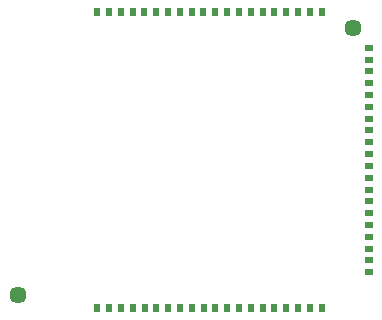
<source format=gbr>
%TF.GenerationSoftware,KiCad,Pcbnew,(5.99.0-9634-gb691c18bfc)*%
%TF.CreationDate,2021-03-06T19:44:38+01:00*%
%TF.ProjectId,nRF52840Breakout,6e524635-3238-4343-9042-7265616b6f75,rev?*%
%TF.SameCoordinates,Original*%
%TF.FileFunction,Soldermask,Bot*%
%TF.FilePolarity,Negative*%
%FSLAX46Y46*%
G04 Gerber Fmt 4.6, Leading zero omitted, Abs format (unit mm)*
G04 Created by KiCad (PCBNEW (5.99.0-9634-gb691c18bfc)) date 2021-03-06 19:44:38*
%MOMM*%
%LPD*%
G01*
G04 APERTURE LIST*
%ADD10R,0.600000X0.800000*%
%ADD11R,0.800000X0.600000*%
%ADD12C,1.448000*%
G04 APERTURE END LIST*
D10*
%TO.C,J2*%
X7900000Y0D03*
X8900000Y0D03*
X9900000Y0D03*
X10900000Y0D03*
X11900000Y0D03*
X12900000Y0D03*
X13900000Y0D03*
X14900000Y0D03*
X15900000Y0D03*
X16900000Y0D03*
X17900000Y0D03*
X18900000Y0D03*
X19900000Y0D03*
X20900000Y0D03*
X21900000Y0D03*
X22900000Y0D03*
X23900000Y0D03*
X24900000Y0D03*
X25900000Y0D03*
X26900000Y0D03*
%TD*%
D11*
%TO.C,J3*%
X30900000Y-3010000D03*
X30900000Y-4010000D03*
X30900000Y-5010000D03*
X30900000Y-6010000D03*
X30900000Y-7010000D03*
X30900000Y-8010000D03*
X30900000Y-9010000D03*
X30900000Y-10010000D03*
X30900000Y-11010000D03*
X30900000Y-12010000D03*
X30900000Y-13010000D03*
X30900000Y-14010000D03*
X30900000Y-15010000D03*
X30900000Y-16010000D03*
X30900000Y-17010000D03*
X30900000Y-18010000D03*
X30900000Y-19010000D03*
X30900000Y-20010000D03*
X30900000Y-21010000D03*
X30900000Y-22010000D03*
%TD*%
D12*
%TO.C,REF\u002A\u002A*%
X29550000Y-1330000D03*
%TD*%
%TO.C,REF\u002A\u002A*%
X1170000Y-23910000D03*
%TD*%
D10*
%TO.C,J1*%
X7910000Y-25010000D03*
X8910000Y-25010000D03*
X9910000Y-25010000D03*
X10910000Y-25010000D03*
X11910000Y-25010000D03*
X12910000Y-25010000D03*
X13910000Y-25010000D03*
X14910000Y-25010000D03*
X15910000Y-25010000D03*
X16910000Y-25010000D03*
X17910000Y-25010000D03*
X18910000Y-25010000D03*
X19910000Y-25010000D03*
X20910000Y-25010000D03*
X21910000Y-25010000D03*
X22910000Y-25010000D03*
X23910000Y-25010000D03*
X24910000Y-25010000D03*
X25910000Y-25010000D03*
X26910000Y-25010000D03*
%TD*%
M02*

</source>
